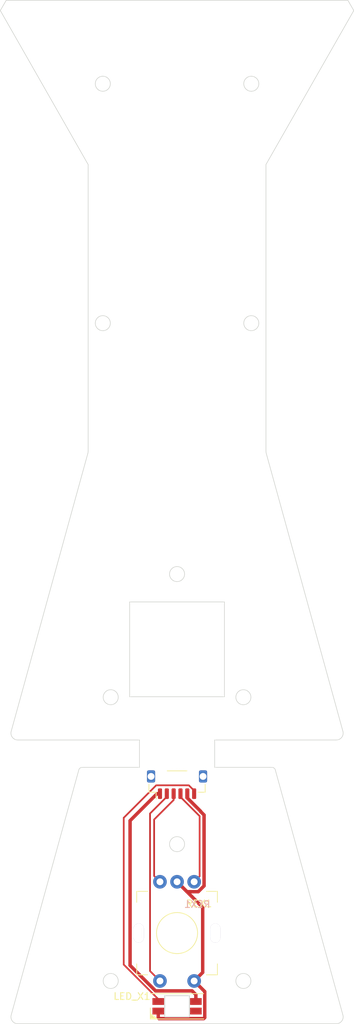
<source format=kicad_pcb>
(kicad_pcb (version 20211014) (generator pcbnew)
  (layers (0 "F.Cu" signal) (31 "B.Cu" signal) (34 "B.Paste" user) (35 "F.Paste" user) (36 "B.SilkS" user "B.Silkscreen") (37 "F.SilkS" user "F.Silkscreen") (38 "B.Mask" user) (39 "F.Mask" user) (44 "Edge.Cuts" user))
  (net 0 "")
  (net 1 "VCC")
  (net 2 "ENC_PUSH")
  (net 3 "ENC_B")
  (net 4 "ENC_A")
  (net 5 "GND")
  (net 6 "LED_EXT")
  (footprint "e3w2q:mousebite" (layer "F.Cu") (at -5.2 71.75)
    (fp_text reference "REF**" hide)
    (fp_text value "mousebite" hide)
    (pad "" np_thru_hole circle (at 3 -0.3) (size 0.6 0.6) (drill 0.6) (layers F&B.Cu *.Mask))
    (pad "" np_thru_hole circle (at 7.5 -0.3) (size 0.6 0.6) (drill 0.6) (layers F&B.Cu *.Mask))
    (pad "" np_thru_hole circle (at 10.2 -0.3) (size 0.6 0.6) (drill 0.6) (layers F&B.Cu *.Mask))
    (pad "" np_thru_hole circle (at 1.2 -0.3) (size 0.6 0.6) (drill 0.6) (layers F&B.Cu *.Mask))
    (pad "" np_thru_hole circle (at 4.8 -0.3) (size 0.6 0.6) (drill 0.6) (layers F&B.Cu *.Mask))
    (pad "" np_thru_hole circle (at 0.3 -0.3) (size 0.6 0.6) (drill 0.6) (layers F&B.Cu *.Mask))
    (pad "" np_thru_hole circle (at 2.1 -0.3) (size 0.6 0.6) (drill 0.6) (layers F&B.Cu *.Mask))
    (pad "" np_thru_hole circle (at 5.7 -0.3) (size 0.6 0.6) (drill 0.6) (layers F&B.Cu *.Mask))
    (pad "" np_thru_hole circle (at 6.6 -0.3) (size 0.6 0.6) (drill 0.6) (layers F&B.Cu *.Mask))
    (pad "" np_thru_hole circle (at 3.9 -0.3) (size 0.6 0.6) (drill 0.6) (layers F&B.Cu *.Mask))
    (pad "" np_thru_hole circle (at 9.3 -0.3) (size 0.6 0.6) (drill 0.6) (layers F&B.Cu *.Mask))
    (pad "" np_thru_hole circle (at 8.4 -0.3) (size 0.6 0.6) (drill 0.6) (layers F&B.Cu *.Mask))
  )
  (footprint "e3w2q:mousebite" (layer "F.Cu") (at -5.25 68.4)
    (fp_text reference "REF**" hide)
    (fp_text value "mousebite" hide)
    (pad "" np_thru_hole circle (at 4.8 -0.3) (size 0.6 0.6) (drill 0.6) (layers F&B.Cu *.Mask))
    (pad "" np_thru_hole circle (at 3.9 -0.3) (size 0.6 0.6) (drill 0.6) (layers F&B.Cu *.Mask))
    (pad "" np_thru_hole circle (at 6.6 -0.3) (size 0.6 0.6) (drill 0.6) (layers F&B.Cu *.Mask))
    (pad "" np_thru_hole circle (at 1.2 -0.3) (size 0.6 0.6) (drill 0.6) (layers F&B.Cu *.Mask))
    (pad "" np_thru_hole circle (at 5.7 -0.3) (size 0.6 0.6) (drill 0.6) (layers F&B.Cu *.Mask))
    (pad "" np_thru_hole circle (at 8.4 -0.3) (size 0.6 0.6) (drill 0.6) (layers F&B.Cu *.Mask))
    (pad "" np_thru_hole circle (at 10.2 -0.3) (size 0.6 0.6) (drill 0.6) (layers F&B.Cu *.Mask))
    (pad "" np_thru_hole circle (at 0.3 -0.3) (size 0.6 0.6) (drill 0.6) (layers F&B.Cu *.Mask))
    (pad "" np_thru_hole circle (at 2.1 -0.3) (size 0.6 0.6) (drill 0.6) (layers F&B.Cu *.Mask))
    (pad "" np_thru_hole circle (at 7.5 -0.3) (size 0.6 0.6) (drill 0.6) (layers F&B.Cu *.Mask))
    (pad "" np_thru_hole circle (at 9.3 -0.3) (size 0.6 0.6) (drill 0.6) (layers F&B.Cu *.Mask))
    (pad "" np_thru_hole circle (at 3 -0.3) (size 0.6 0.6) (drill 0.6) (layers F&B.Cu *.Mask))
  )
  (footprint "willow:RotaryEncoder_Alps_EC11E-Switch_Vertical_H20mm_rev2" (layer "F.Cu") (at 0 96 -90)
    (fp_text reference "REX1")
    (fp_text value "RotaryEncoder_Switch")
    (fp_text user "${REFERENCE}" (at -4.2 -2.95 unlocked) (layer "B.SilkS") (effects (justify mirror)))
    (fp_text user "${REFERENCE}" (at -4.3 -3.2 unlocked) (layer "F.SilkS"))
    (fp_line (start -4.5 5.9) (end -6.1 5.9) (layer "F.SilkS") (width 0.12))
    (fp_line (start 6.1 4.3) (end 6.1 5.9) (layer "F.SilkS") (width 0.12))
    (fp_line (start 6.1 -5.9) (end 6.1 -4.3) (layer "F.SilkS") (width 0.12))
    (fp_line (start -6.1 -5.9) (end -6.1 -4.3) (layer "F.SilkS") (width 0.12))
    (fp_line (start -6.1 4.3) (end -6.1 5.9) (layer "F.SilkS") (width 0.12))
    (fp_line (start -4.5 -5.9) (end -6.1 -5.9) (layer "F.SilkS") (width 0.12))
    (fp_line (start 4.5 -5.9) (end 6.1 -5.9) (layer "F.SilkS") (width 0.12))
    (fp_line (start 6.1 5.9) (end 4.5 5.9) (layer "F.SilkS") (width 0.12))
    (fp_circle (center 0 0) (end 3 0) (layer "F.SilkS") (width 0.12) (fill none))
    (pad "A" thru_hole circle (at -7.5 -2.5 270) (size 2 2) (drill 1) (layers *.Cu *.Mask) (net 4 "ENC_A"))
    (pad "B" thru_hole circle (at -7.5 2.5 270) (size 2 2) (drill 1) (layers *.Cu *.Mask) (net 3 "ENC_B"))
    (pad "C" thru_hole circle (at -7.5 0 270) (size 2 2) (drill 1) (layers *.Cu *.Mask) (net 5 "GND"))
    (pad "MP" thru_hole oval (at 0 -5.6 270) (size 2.8 1.5) (drill oval 2.8 1.5) (layers *.Cu *.Mask))
    (pad "MP" thru_hole oval (at 0 5.6 270) (size 2.8 1.5) (drill oval 2.8 1.5) (layers *.Cu *.Mask))
    (pad "S1" thru_hole circle (at 7 2.5 270) (size 2 2) (drill 1) (layers *.Cu *.Mask) (net 2 "ENC_PUSH"))
    (pad "S2" thru_hole circle (at 7 -2.5 270) (size 2 2) (drill 1) (layers *.Cu *.Mask) (net 5 "GND"))
  )
  (footprint "kbd:YS-SK6812MINI-E" (layer "F.Cu") (at 0 106.7)
    (fp_text reference "LED_X1" (at -6.6 -1.45 unlocked) (layer "F.SilkS"))
    (fp_text value "YS-SK6812MINI-E")
    (fp_line (start -3.9 0.25) (end -3.9 1.85) (layer "F.SilkS") (width 0.12))
    (fp_line (start 3.9 -1.85) (end -3.9 -1.85) (layer "F.SilkS") (width 0.12))
    (fp_line (start -3.9 1.85) (end 3.9 1.85) (layer "F.SilkS") (width 0.12))
    (fp_poly (pts (xy -2.9464 1.8288) (xy -3.9 1.85) (xy -3.9 1.05)) (layer "F.SilkS") (width 0.12) (fill solid))
    (fp_line (start 1.8 -1.55) (end -1.8 -1.55) (layer "Edge.Cuts") (width 0.12))
    (fp_line (start -1.8 1.55) (end 1.8 1.55) (layer "Edge.Cuts") (width 0.12))
    (fp_line (start -1.8 -1.55) (end -1.8 1.55) (layer "Edge.Cuts") (width 0.12))
    (fp_line (start 1.8 1.55) (end 1.8 -1.55) (layer "Edge.Cuts") (width 0.12))
    (pad "1" smd rect (at 2.75 -0.7) (size 1.7 1) (layers "F.Cu" "F.Paste" "F.Mask") (net 1 "VCC"))
    (pad "2" smd rect (at 2.75 0.7) (size 1.7 1) (layers "F.Cu" "F.Paste" "F.Mask"))
    (pad "3" smd rect (at -2.75 0.7) (size 1.7 1) (layers "F.Cu" "F.Paste" "F.Mask") (net 5 "GND"))
    (pad "4" smd rect (at -2.75 -0.7) (size 1.7 1) (layers "F.Cu" "F.Paste" "F.Mask") (net 6 "LED_EXT"))
  )
  (footprint "e3w2q:JST_SH_BM03B-SRSS-TB_1x06-1MP_P1.00mm_Vertical" (layer "F.Cu") (at 0 74.3)
    (fp_text reference "JX1")
    (fp_text value "Conn_01x06")
    (fp_line (start -4.11 -0.04) (end -4.11 1.11) (layer "F.SilkS") (width 0.12))
    (fp_line (start 4.11 1.11) (end 3.06 1.11) (layer "F.SilkS") (width 0.12))
    (fp_line (start -3.06 1.11) (end -3.06 2.1) (layer "F.SilkS") (width 0.12))
    (fp_line (start 4.11 -0.04) (end 4.11 1.11) (layer "F.SilkS") (width 0.12))
    (fp_line (start -1.44 -2.01) (end 1.44 -2.01) (layer "F.SilkS") (width 0.12))
    (fp_line (start -4.11 1.11) (end -3.06 1.11) (layer "F.SilkS") (width 0.12))
    (pad "1" smd roundrect (at -2.5 1.325) (size 0.6 1.55) (layers "F.Cu" "F.Paste" "F.Mask") (net 1 "VCC"))
    (pad "2" smd roundrect (at -1.5 1.325) (size 0.6 1.55) (layers "F.Cu" "F.Paste" "F.Mask") (net 2 "ENC_PUSH"))
    (pad "3" smd roundrect (at -0.5 1.325) (size 0.6 1.55) (layers "F.Cu" "F.Paste" "F.Mask") (net 3 "ENC_B"))
    (pad "4" smd roundrect (at 0.5 1.325) (size 0.6 1.55) (layers "F.Cu" "F.Paste" "F.Mask") (net 4 "ENC_A"))
    (pad "5" smd roundrect (at 1.5 1.325) (size 0.6 1.55) (layers "F.Cu" "F.Paste" "F.Mask") (net 5 "GND"))
    (pad "6" smd roundrect (at 2.5 1.325) (size 0.6 1.55) (layers "F.Cu" "F.Paste" "F.Mask") (net 6 "LED_EXT"))
    (pad "MP" thru_hole roundrect (at -3.8 -1.2) (size 1.2 1.8) (drill 1) (layers *.Cu *.Mask) (roundrect_rratio 0.208))
    (pad "MP" thru_hole roundrect (at 3.8 -1.2) (size 1.2 1.8) (drill 1) (layers *.Cu *.Mask) (roundrect_rratio 0.208))
  )
  (gr_circle (center 9.7 103) (end 10.799997 103) (layer "Edge.Cuts") (width 0.09) (fill none))
  (gr_curve (pts (xy -11.95601 6.845857) (xy -11.95601 6.238336) (xy -11.463512 5.745859) (xy -10.856013 5.745859)) (layer "Edge.Cuts") (width 0.09))
  (gr_curve (pts (xy -6.930089 47.59253) (xy -6.930089 47.59253) (xy 6.929896 47.592551) (xy 6.929896 47.592551)) (layer "Edge.Cuts") (width 0.09))
  (gr_curve (pts (xy 10.856034 7.945876) (xy 10.248513 7.945876) (xy 9.756037 7.453399) (xy 9.756037 6.845878)) (layer "Edge.Cuts") (width 0.09))
  (gr_curve (pts (xy 9.756037 6.845878) (xy 9.756037 6.238357) (xy 10.248513 5.745881) (xy 10.856034 5.745881)) (layer "Edge.Cuts") (width 0.09))
  (gr_curve (pts (xy -10.856013 7.945854) (xy -11.463512 7.945854) (xy -11.95601 7.453378) (xy -11.95601 6.845857)) (layer "Edge.Cuts") (width 0.09))
  (gr_curve (pts (xy 10.856034 5.745881) (xy 11.463555 5.745881) (xy 11.956032 6.238357) (xy 11.956032 6.845878)) (layer "Edge.Cuts") (width 0.09))
  (gr_curve (pts (xy -5.500052 67.774674) (xy -5.500052 67.774674) (xy -5.500052 71.77471) (xy -5.500052 71.77471)) (layer "Edge.Cuts") (width 0.09))
  (gr_curve (pts (xy -5.500052 71.77471) (xy -5.500052 71.77471) (xy -13.882637 71.77471) (xy -13.882637 71.77471)) (layer "Edge.Cuts") (width 0.09))
  (gr_curve (pts (xy -12.999982 25.528265) (xy -12.999982 25.654076) (xy -13.016949 25.779305) (xy -13.050409 25.900551)) (layer "Edge.Cuts") (width 0.09))
  (gr_circle (center -9.7 103) (end -8.600003 103) (layer "Edge.Cuts") (width 0.09) (fill none))
  (gr_curve (pts (xy -24.254011 107.986152) (xy -24.429689 108.622956) (xy -23.950627 109.252117) (xy -23.29003 109.252117)) (layer "Edge.Cuts") (width 0.09))
  (gr_curve (pts (xy -14.364649 72.141721) (xy -14.364649 72.141721) (xy -24.254011 107.986152) (xy -24.254011 107.986152)) (layer "Edge.Cuts") (width 0.09))
  (gr_curve (pts (xy 10.856056 -29.254114) (xy 11.463577 -29.254114) (xy 11.956053 -28.761638) (xy 11.956053 -28.154117)) (layer "Edge.Cuts") (width 0.09))
  (gr_curve (pts (xy -13.050409 25.900551) (xy -13.050409 25.900551) (xy -24.254075 66.50871) (xy -24.254075 66.50871)) (layer "Edge.Cuts") (width 0.09))
  (gr_circle (center -0.000112 43.522532) (end 1.099886 43.522532) (layer "Edge.Cuts") (width 0.09) (fill none))
  (gr_curve (pts (xy 10.856056 -27.05412) (xy 10.248535 -27.05412) (xy 9.756058 -27.546617) (xy 9.756058 -28.154117)) (layer "Edge.Cuts") (width 0.09))
  (gr_circle (center -9.700063 61.522532) (end -8.600066 61.522532) (layer "Edge.Cuts") (width 0.09) (fill none))
  (gr_curve (pts (xy -24.254075 66.50871) (xy -24.429753 67.145514) (xy -23.950691 67.774653) (xy -23.290094 67.774653)) (layer "Edge.Cuts") (width 0.09))
  (gr_curve (pts (xy 5.499944 67.774674) (xy 5.499944 67.774674) (xy 23.289836 67.774696) (xy 23.289836 67.774696)) (layer "Edge.Cuts") (width 0.09))
  (gr_circle (center -0.000048 83) (end 1.099949 83) (layer "Edge.Cuts") (width 0.09) (fill none))
  (gr_curve (pts (xy 5.499944 71.77471) (xy 5.499944 71.77471) (xy 5.499944 67.774674) (xy 5.499944 67.774674)) (layer "Edge.Cuts") (width 0.09))
  (gr_curve (pts (xy -23.29003 109.252117) (xy -23.29003 109.252117) (xy 23.289901 109.252181) (xy 23.289901 109.252181)) (layer "Edge.Cuts") (width 0.09))
  (gr_curve (pts (xy 14.364541 72.141721) (xy 14.304704 71.924895) (xy 14.107472 71.77471) (xy 13.882551 71.77471)) (layer "Edge.Cuts") (width 0.09))
  (gr_curve (pts (xy 23.289901 109.252181) (xy 23.950498 109.252181) (xy 24.429581 108.623021) (xy 24.253881 107.986217)) (layer "Edge.Cuts") (width 0.09))
  (gr_curve (pts (xy 6.929874 61.452537) (xy 6.929874 61.452537) (xy -6.930111 61.452515) (xy -6.930111 61.452515)) (layer "Edge.Cuts") (width 0.09))
  (gr_curve (pts (xy 9.756058 -28.154117) (xy 9.756058 -28.761638) (xy 10.248535 -29.254114) (xy 10.856056 -29.254114)) (layer "Edge.Cuts") (width 0.09))
  (gr_curve (pts (xy 13.050172 25.900486) (xy 13.016712 25.77924) (xy 12.999766 25.654011) (xy 12.999766 25.528244)) (layer "Edge.Cuts") (width 0.09))
  (gr_curve (pts (xy -10.855991 -27.05412) (xy -11.463491 -27.05412) (xy -11.955989 -27.546617) (xy -11.955989 -28.154117)) (layer "Edge.Cuts") (width 0.09))
  (gr_curve (pts (xy 24.253881 107.986217) (xy 24.253881 107.986217) (xy 14.364541 72.141721) (xy 14.364541 72.141721)) (layer "Edge.Cuts") (width 0.09))
  (gr_curve (pts (xy -24.976684 -40.34954) (xy -25.362147 -39.685821) (xy -25.459772 -39.517678) (xy -25.845236 -38.853959)) (layer "Edge.Cuts") (width 0.09))
  (gr_curve (pts (xy -10.856013 5.745859) (xy -10.248492 5.745859) (xy -9.755994 6.238336) (xy -9.755994 6.845857)) (layer "Edge.Cuts") (width 0.09))
  (gr_curve (pts (xy -9.755994 6.845857) (xy -9.755994 7.453378) (xy -10.248492 7.945854) (xy -10.856013 7.945854)) (layer "Edge.Cuts") (width 0.09))
  (gr_curve (pts (xy -13.882637 71.77471) (xy -14.10758 71.77471) (xy -14.304812 71.924895) (xy -14.364649 72.141721)) (layer "Edge.Cuts") (width 0.09))
  (gr_curve (pts (xy -6.930111 61.452515) (xy -6.930111 61.452515) (xy -6.930089 47.59253) (xy -6.930089 47.59253)) (layer "Edge.Cuts") (width 0.09))
  (gr_curve (pts (xy 24.253817 66.508731) (xy 24.253817 66.508731) (xy 13.050172 25.900486) (xy 13.050172 25.900486)) (layer "Edge.Cuts") (width 0.09))
  (gr_curve (pts (xy -9.755972 -28.154117) (xy -9.755972 -27.546617) (xy -10.24847 -27.05412) (xy -10.855991 -27.05412)) (layer "Edge.Cuts") (width 0.09))
  (gr_curve (pts (xy -11.955989 -28.154117) (xy -11.955989 -28.761638) (xy -11.463491 -29.254114) (xy -10.855991 -29.254114)) (layer "Edge.Cuts") (width 0.09))
  (gr_curve (pts (xy -10.855991 -29.254114) (xy -10.24847 -29.254114) (xy -9.755972 -28.761638) (xy -9.755972 -28.154117)) (layer "Edge.Cuts") (width 0.09))
  (gr_curve (pts (xy 13.882551 71.77471) (xy 13.882551 71.77471) (xy 5.499944 71.77471) (xy 5.499944 71.77471)) (layer "Edge.Cuts") (width 0.09))
  (gr_curve (pts (xy -12.999939 -16.340863) (xy -12.999939 -16.340863) (xy -12.999982 25.528265) (xy -12.999982 25.528265)) (layer "Edge.Cuts") (width 0.09))
  (gr_curve (pts (xy 24.976533 -40.349497) (xy 24.976533 -40.349497) (xy -24.976684 -40.34954) (xy -24.976684 -40.34954)) (layer "Edge.Cuts") (width 0.09))
  (gr_curve (pts (xy 23.289836 67.774696) (xy 23.950433 67.774696) (xy 24.429517 67.145535) (xy 24.253817 66.508731)) (layer "Edge.Cuts") (width 0.09))
  (gr_circle (center 9.699937 61.522532) (end 10.799934 61.522532) (layer "Edge.Cuts") (width 0.09) (fill none))
  (gr_curve (pts (xy 25.845106 -38.853916) (xy 25.459643 -39.517635) (xy 25.361996 -39.685777) (xy 24.976533 -40.349497)) (layer "Edge.Cuts") (width 0.09))
  (gr_curve (pts (xy -25.845236 -38.853959) (xy -25.845236 -38.853959) (xy -12.999939 -16.340863) (xy -12.999939 -16.340863)) (layer "Edge.Cuts") (width 0.09))
  (gr_curve (pts (xy 11.956053 -28.154117) (xy 11.956053 -27.546617) (xy 11.463577 -27.05412) (xy 10.856056 -27.05412)) (layer "Edge.Cuts") (width 0.09))
  (gr_curve (pts (xy -23.290094 67.774653) (xy -23.290094 67.774653) (xy -5.500052 67.774674) (xy -5.500052 67.774674)) (layer "Edge.Cuts") (width 0.09))
  (gr_curve (pts (xy 12.999766 25.528244) (xy 12.999766 25.528244) (xy 12.999788 -16.340863) (xy 12.999788 -16.340863)) (layer "Edge.Cuts") (width 0.09))
  (gr_curve (pts (xy 12.999788 -16.340863) (xy 12.999788 -16.340863) (xy 25.845106 -38.853916) (xy 25.845106 -38.853916)) (layer "Edge.Cuts") (width 0.09))
  (gr_curve (pts (xy 6.929896 47.592551) (xy 6.929896 47.592551) (xy 6.929874 61.452537) (xy 6.929874 61.452537)) (layer "Edge.Cuts") (width 0.09))
  (gr_curve (pts (xy 11.956032 6.845878) (xy 11.956032 7.453399) (xy 11.463555 7.945876) (xy 10.856034 7.945876)) (layer "Edge.Cuts") (width 0.09))
  (segment (start -6.86952 79.56952) (end -2.925 75.625) (width 0.5) (layer "F.Cu") (net 1))
  (segment (start 2.75 105) (end 2.199511 104.449511) (width 0.5) (layer "F.Cu") (net 1))
  (segment (start -6.86952 100.717998) (end -6.86952 79.56952) (width 0.5) (layer "F.Cu") (net 1))
  (segment (start -2.925 75.625) (end -2.5 75.625) (width 0.5) (layer "F.Cu") (net 1))
  (segment (start -3.138007 104.449511) (end -6.86952 100.717998) (width 0.5) (layer "F.Cu") (net 1))
  (segment (start 2.75 106) (end 2.75 105) (width 0.5) (layer "F.Cu") (net 1))
  (segment (start 2.199511 104.449511) (end -3.138007 104.449511) (width 0.5) (layer "F.Cu") (net 1))
  (segment (start -3.95 101.55) (end -3.95 78.521072) (width 0.25) (layer "F.Cu") (net 2))
  (segment (start -3.95 78.521072) (end -1.5 76.071072) (width 0.25) (layer "F.Cu") (net 2))
  (segment (start -1.5 76.071072) (end -1.5 75.625) (width 0.25) (layer "F.Cu") (net 2))
  (segment (start -2.5 103) (end -3.95 101.55) (width 0.25) (layer "F.Cu") (net 2))
  (segment (start -3.35 79.4) (end -0.5 76.55) (width 0.25) (layer "F.Cu") (net 3))
  (segment (start -2.5 88.5) (end -3.35 87.65) (width 0.25) (layer "F.Cu") (net 3))
  (segment (start -3.35 87.65) (end -3.35 79.4) (width 0.25) (layer "F.Cu") (net 3))
  (segment (start -0.5 76.55) (end -0.5 75.625) (width 0.25) (layer "F.Cu") (net 3))
  (segment (start 3.3 87.7) (end 3.3 78.900012) (width 0.25) (layer "F.Cu") (net 4))
  (segment (start 0.5 76.100012) (end 0.5 75.625) (width 0.25) (layer "F.Cu") (net 4))
  (segment (start 3.3 78.900012) (end 0.5 76.100012) (width 0.25) (layer "F.Cu") (net 4))
  (segment (start 2.5 88.5) (end 3.3 87.7) (width 0.25) (layer "F.Cu") (net 4))
  (segment (start -2.64998 108.50002) (end 3.899002 108.50002) (width 0.5) (layer "F.Cu") (net 5))
  (segment (start 3.75 101.75) (end 3.75 92.25) (width 0.5) (layer "F.Cu") (net 5))
  (segment (start 1.449511 89.949511) (end 3.100408 89.949511) (width 0.5) (layer "F.Cu") (net 5))
  (segment (start 1.5 76.247849) (end 1.5 75.625) (width 0.5) (layer "F.Cu") (net 5))
  (segment (start 3.45 78.197849) (end 1.5 76.247849) (width 0.5) (layer "F.Cu") (net 5))
  (segment (start 2.5 103) (end 3.75 101.75) (width 0.5) (layer "F.Cu") (net 5))
  (segment (start 4.049511 108.349511) (end 4.049511 104.549511) (width 0.5) (layer "F.Cu") (net 5))
  (segment (start -2.75 107.4) (end -2.75 108.4) (width 0.5) (layer "F.Cu") (net 5))
  (segment (start 3.75 92.25) (end 0 88.5) (width 0.5) (layer "F.Cu") (net 5))
  (segment (start 3.949511 89.100408) (end 3.949511 78.737041) (width 0.5) (layer "F.Cu") (net 5))
  (segment (start -2.75 108.4) (end -2.64998 108.50002) (width 0.5) (layer "F.Cu") (net 5))
  (segment (start 3.45 78.23753) (end 3.45 78.197849) (width 0.5) (layer "F.Cu") (net 5))
  (segment (start 3.100408 89.949511) (end 3.949511 89.100408) (width 0.5) (layer "F.Cu") (net 5))
  (segment (start 3.899002 108.50002) (end 4.049511 108.349511) (width 0.5) (layer "F.Cu") (net 5))
  (segment (start 3.949511 78.737041) (end 3.45 78.23753) (width 0.5) (layer "F.Cu") (net 5))
  (segment (start 4.049511 104.549511) (end 2.5 103) (width 0.5) (layer "F.Cu") (net 5))
  (segment (start 0 88.5) (end 1.449511 89.949511) (width 0.5) (layer "F.Cu") (net 5))
  (segment (start -7.8 79.15) (end -7.8 100.6) (width 0.25) (layer "F.Cu") (net 6))
  (segment (start -3.05 74.4) (end -7.8 79.15) (width 0.25) (layer "F.Cu") (net 6))
  (segment (start 2.5 75.625) (end 2.5 75.178928) (width 0.25) (layer "F.Cu") (net 6))
  (segment (start 2.5 75.178928) (end 1.721072 74.4) (width 0.25) (layer "F.Cu") (net 6))
  (segment (start 1.721072 74.4) (end -3.05 74.4) (width 0.25) (layer "F.Cu") (net 6))
  (segment (start -7.8 100.6) (end -2.75 105.65) (width 0.25) (layer "F.Cu") (net 6))
  (segment (start -2.75 105.65) (end -2.75 106) (width 0.25) (layer "F.Cu") (net 6))
)
</source>
